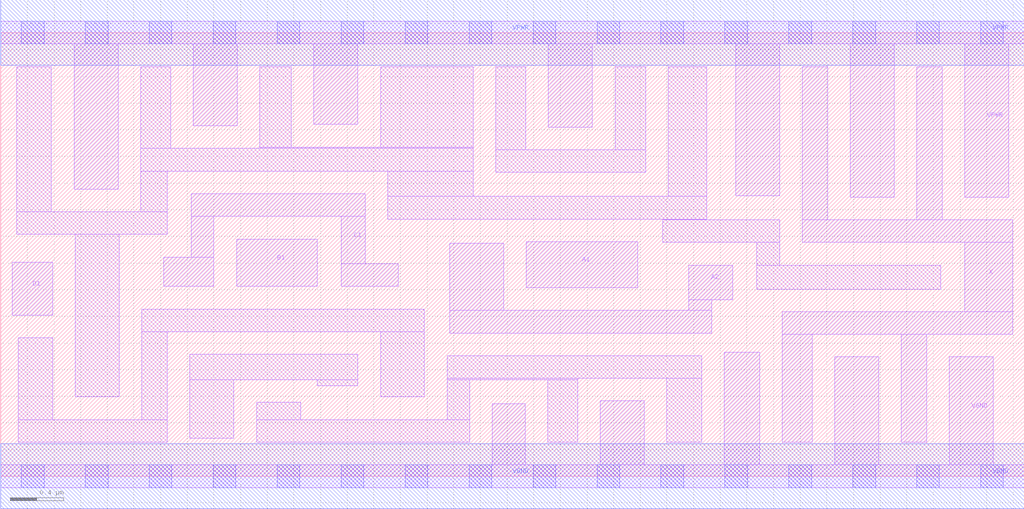
<source format=lef>
# Copyright 2020 The SkyWater PDK Authors
#
# Licensed under the Apache License, Version 2.0 (the "License");
# you may not use this file except in compliance with the License.
# You may obtain a copy of the License at
#
#     https://www.apache.org/licenses/LICENSE-2.0
#
# Unless required by applicable law or agreed to in writing, software
# distributed under the License is distributed on an "AS IS" BASIS,
# WITHOUT WARRANTIES OR CONDITIONS OF ANY KIND, either express or implied.
# See the License for the specific language governing permissions and
# limitations under the License.
#
# SPDX-License-Identifier: Apache-2.0

VERSION 5.7 ;
  NAMESCASESENSITIVE ON ;
  NOWIREEXTENSIONATPIN ON ;
  DIVIDERCHAR "/" ;
  BUSBITCHARS "[]" ;
UNITS
  DATABASE MICRONS 200 ;
END UNITS
MACRO sky130_fd_sc_lp__o2111a_4
  CLASS CORE ;
  SOURCE USER ;
  FOREIGN sky130_fd_sc_lp__o2111a_4 ;
  ORIGIN  0.000000  0.000000 ;
  SIZE  7.680000 BY  3.330000 ;
  SYMMETRY X Y R90 ;
  SITE unit ;
  PIN A1
    ANTENNAGATEAREA  0.630000 ;
    DIRECTION INPUT ;
    USE SIGNAL ;
    PORT
      LAYER li1 ;
        RECT 3.945000 1.415000 4.780000 1.760000 ;
    END
  END A1
  PIN A2
    ANTENNAGATEAREA  0.630000 ;
    DIRECTION INPUT ;
    USE SIGNAL ;
    PORT
      LAYER li1 ;
        RECT 3.370000 1.075000 5.335000 1.245000 ;
        RECT 3.370000 1.245000 3.775000 1.750000 ;
        RECT 5.165000 1.245000 5.335000 1.325000 ;
        RECT 5.165000 1.325000 5.495000 1.585000 ;
    END
  END A2
  PIN B1
    ANTENNAGATEAREA  0.630000 ;
    DIRECTION INPUT ;
    USE SIGNAL ;
    PORT
      LAYER li1 ;
        RECT 1.770000 1.425000 2.375000 1.780000 ;
    END
  END B1
  PIN C1
    ANTENNAGATEAREA  0.630000 ;
    DIRECTION INPUT ;
    USE SIGNAL ;
    PORT
      LAYER li1 ;
        RECT 1.225000 1.425000 1.600000 1.645000 ;
        RECT 1.430000 1.645000 1.600000 1.950000 ;
        RECT 1.430000 1.950000 2.735000 2.120000 ;
        RECT 2.555000 1.425000 2.985000 1.595000 ;
        RECT 2.555000 1.595000 2.735000 1.950000 ;
    END
  END C1
  PIN D1
    ANTENNAGATEAREA  0.630000 ;
    DIRECTION INPUT ;
    USE SIGNAL ;
    PORT
      LAYER li1 ;
        RECT 0.085000 1.210000 0.390000 1.605000 ;
    END
  END D1
  PIN X
    ANTENNADIFFAREA  1.176000 ;
    DIRECTION OUTPUT ;
    USE SIGNAL ;
    PORT
      LAYER li1 ;
        RECT 5.865000 0.255000 6.090000 1.065000 ;
        RECT 5.865000 1.065000 7.595000 1.235000 ;
        RECT 6.015000 1.755000 7.595000 1.925000 ;
        RECT 6.015000 1.925000 6.205000 3.075000 ;
        RECT 6.760000 0.255000 6.950000 1.065000 ;
        RECT 6.875000 1.925000 7.065000 3.075000 ;
        RECT 7.235000 1.235000 7.595000 1.755000 ;
    END
  END X
  PIN VGND
    DIRECTION INOUT ;
    USE GROUND ;
    PORT
      LAYER li1 ;
        RECT 0.000000 -0.085000 7.680000 0.085000 ;
        RECT 3.690000  0.085000 3.935000 0.545000 ;
        RECT 4.500000  0.085000 4.830000 0.565000 ;
        RECT 5.430000  0.085000 5.695000 0.930000 ;
        RECT 6.260000  0.085000 6.590000 0.895000 ;
        RECT 7.120000  0.085000 7.450000 0.895000 ;
      LAYER mcon ;
        RECT 0.155000 -0.085000 0.325000 0.085000 ;
        RECT 0.635000 -0.085000 0.805000 0.085000 ;
        RECT 1.115000 -0.085000 1.285000 0.085000 ;
        RECT 1.595000 -0.085000 1.765000 0.085000 ;
        RECT 2.075000 -0.085000 2.245000 0.085000 ;
        RECT 2.555000 -0.085000 2.725000 0.085000 ;
        RECT 3.035000 -0.085000 3.205000 0.085000 ;
        RECT 3.515000 -0.085000 3.685000 0.085000 ;
        RECT 3.995000 -0.085000 4.165000 0.085000 ;
        RECT 4.475000 -0.085000 4.645000 0.085000 ;
        RECT 4.955000 -0.085000 5.125000 0.085000 ;
        RECT 5.435000 -0.085000 5.605000 0.085000 ;
        RECT 5.915000 -0.085000 6.085000 0.085000 ;
        RECT 6.395000 -0.085000 6.565000 0.085000 ;
        RECT 6.875000 -0.085000 7.045000 0.085000 ;
        RECT 7.355000 -0.085000 7.525000 0.085000 ;
      LAYER met1 ;
        RECT 0.000000 -0.245000 7.680000 0.245000 ;
    END
  END VGND
  PIN VPWR
    DIRECTION INOUT ;
    USE POWER ;
    PORT
      LAYER li1 ;
        RECT 0.000000 3.245000 7.680000 3.415000 ;
        RECT 0.550000 2.155000 0.880000 3.245000 ;
        RECT 1.445000 2.630000 1.775000 3.245000 ;
        RECT 2.350000 2.640000 2.680000 3.245000 ;
        RECT 4.110000 2.620000 4.440000 3.245000 ;
        RECT 5.515000 2.105000 5.845000 3.245000 ;
        RECT 6.375000 2.095000 6.705000 3.245000 ;
        RECT 7.235000 2.095000 7.565000 3.245000 ;
      LAYER mcon ;
        RECT 0.155000 3.245000 0.325000 3.415000 ;
        RECT 0.635000 3.245000 0.805000 3.415000 ;
        RECT 1.115000 3.245000 1.285000 3.415000 ;
        RECT 1.595000 3.245000 1.765000 3.415000 ;
        RECT 2.075000 3.245000 2.245000 3.415000 ;
        RECT 2.555000 3.245000 2.725000 3.415000 ;
        RECT 3.035000 3.245000 3.205000 3.415000 ;
        RECT 3.515000 3.245000 3.685000 3.415000 ;
        RECT 3.995000 3.245000 4.165000 3.415000 ;
        RECT 4.475000 3.245000 4.645000 3.415000 ;
        RECT 4.955000 3.245000 5.125000 3.415000 ;
        RECT 5.435000 3.245000 5.605000 3.415000 ;
        RECT 5.915000 3.245000 6.085000 3.415000 ;
        RECT 6.395000 3.245000 6.565000 3.415000 ;
        RECT 6.875000 3.245000 7.045000 3.415000 ;
        RECT 7.355000 3.245000 7.525000 3.415000 ;
      LAYER met1 ;
        RECT 0.000000 3.085000 7.680000 3.575000 ;
    END
  END VPWR
  OBS
    LAYER li1 ;
      RECT 0.120000 1.815000 1.250000 1.985000 ;
      RECT 0.120000 1.985000 0.380000 3.075000 ;
      RECT 0.130000 0.255000 1.250000 0.425000 ;
      RECT 0.130000 0.425000 0.390000 1.040000 ;
      RECT 0.560000 0.595000 0.890000 1.815000 ;
      RECT 1.050000 1.985000 1.250000 2.290000 ;
      RECT 1.050000 2.290000 3.545000 2.460000 ;
      RECT 1.050000 2.460000 1.275000 3.075000 ;
      RECT 1.060000 0.425000 1.250000 1.085000 ;
      RECT 1.060000 1.085000 3.180000 1.255000 ;
      RECT 1.420000 0.285000 1.750000 0.725000 ;
      RECT 1.420000 0.725000 2.680000 0.915000 ;
      RECT 1.920000 0.255000 3.520000 0.425000 ;
      RECT 1.920000 0.425000 2.250000 0.555000 ;
      RECT 1.945000 2.460000 3.545000 2.470000 ;
      RECT 1.945000 2.470000 2.180000 3.075000 ;
      RECT 2.375000 0.680000 2.680000 0.725000 ;
      RECT 2.850000 0.595000 3.180000 1.085000 ;
      RECT 2.850000 2.470000 3.545000 3.075000 ;
      RECT 2.905000 1.930000 5.300000 2.100000 ;
      RECT 2.905000 2.100000 3.545000 2.290000 ;
      RECT 3.350000 0.425000 3.520000 0.725000 ;
      RECT 3.350000 0.725000 4.330000 0.735000 ;
      RECT 3.350000 0.735000 5.260000 0.905000 ;
      RECT 3.715000 2.280000 4.840000 2.450000 ;
      RECT 3.715000 2.450000 3.940000 3.075000 ;
      RECT 4.105000 0.255000 4.330000 0.725000 ;
      RECT 4.610000 2.450000 4.840000 3.075000 ;
      RECT 4.970000 1.755000 5.845000 1.925000 ;
      RECT 4.970000 1.925000 5.300000 1.930000 ;
      RECT 5.000000 0.255000 5.260000 0.735000 ;
      RECT 5.010000 2.100000 5.300000 3.075000 ;
      RECT 5.675000 1.405000 7.055000 1.585000 ;
      RECT 5.675000 1.585000 5.845000 1.755000 ;
  END
END sky130_fd_sc_lp__o2111a_4

</source>
